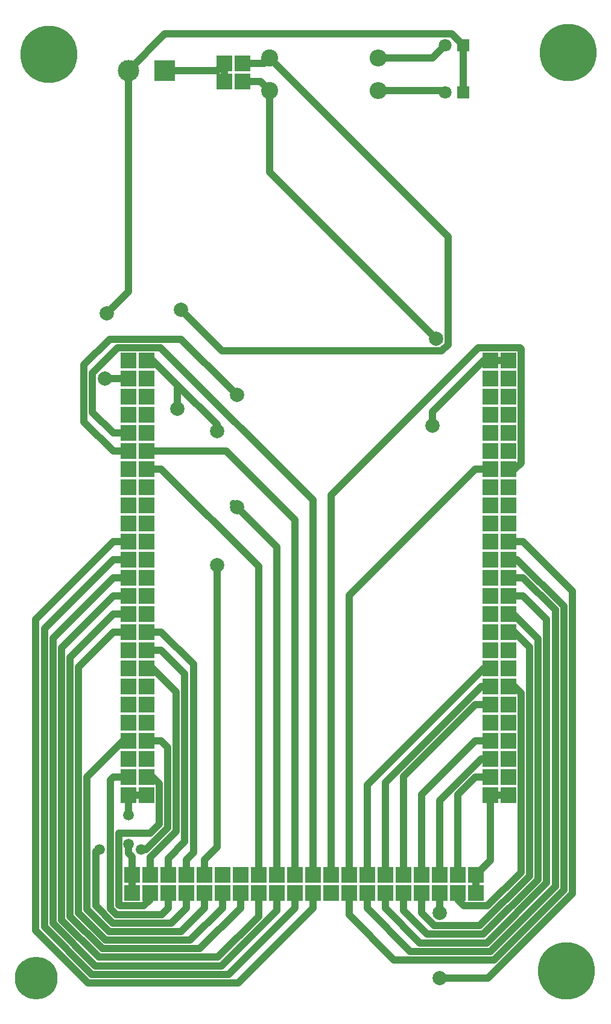
<source format=gbr>
G04 #@! TF.GenerationSoftware,KiCad,Pcbnew,(5.1.2)-2*
G04 #@! TF.CreationDate,2020-05-16T03:45:46+07:00*
G04 #@! TF.ProjectId,STM_SHIELD_V1,53544d5f-5348-4494-954c-445f56312e6b,rev?*
G04 #@! TF.SameCoordinates,Original*
G04 #@! TF.FileFunction,Copper,L2,Bot*
G04 #@! TF.FilePolarity,Positive*
%FSLAX46Y46*%
G04 Gerber Fmt 4.6, Leading zero omitted, Abs format (unit mm)*
G04 Created by KiCad (PCBNEW (5.1.2)-2) date 2020-05-16 03:45:46*
%MOMM*%
%LPD*%
G04 APERTURE LIST*
%ADD10R,1.800000X1.800000*%
%ADD11C,1.800000*%
%ADD12R,2.200000X2.200000*%
%ADD13R,3.000000X3.000000*%
%ADD14C,3.000000*%
%ADD15C,2.400000*%
%ADD16O,2.400000X2.400000*%
%ADD17C,8.000000*%
%ADD18C,6.000000*%
%ADD19C,2.000000*%
%ADD20C,1.500000*%
%ADD21C,1.000000*%
G04 APERTURE END LIST*
D10*
X106680000Y-17272000D03*
D11*
X104140000Y-17272000D03*
X104140000Y-23876000D03*
D10*
X106680000Y-23876000D03*
D12*
X59690000Y-61468000D03*
X62230000Y-61468000D03*
X59690000Y-64008000D03*
X62230000Y-64008000D03*
X59690000Y-66548000D03*
X62230000Y-66548000D03*
X59690000Y-69088000D03*
X62230000Y-69088000D03*
X59690000Y-71628000D03*
X62230000Y-71628000D03*
X59690000Y-74168000D03*
X62230000Y-74168000D03*
X59690000Y-76708000D03*
X62230000Y-76708000D03*
X59690000Y-79248000D03*
X62230000Y-79248000D03*
X59690000Y-81788000D03*
X62230000Y-81788000D03*
X59690000Y-84328000D03*
X62230000Y-84328000D03*
X59690000Y-86868000D03*
X62230000Y-86868000D03*
X59690000Y-89408000D03*
X62230000Y-89408000D03*
X59690000Y-91948000D03*
X62230000Y-91948000D03*
X59690000Y-94488000D03*
X62230000Y-94488000D03*
X59690000Y-97028000D03*
X62230000Y-97028000D03*
X59690000Y-99568000D03*
X62230000Y-99568000D03*
X59690000Y-102108000D03*
X62230000Y-102108000D03*
X59690000Y-104648000D03*
X62230000Y-104648000D03*
X59690000Y-107188000D03*
X62230000Y-107188000D03*
X59690000Y-109728000D03*
X62230000Y-109728000D03*
X59690000Y-112268000D03*
X62230000Y-112268000D03*
X59690000Y-114808000D03*
X62230000Y-114808000D03*
X59690000Y-117348000D03*
X62230000Y-117348000D03*
X59690000Y-119888000D03*
X62230000Y-119888000D03*
X59690000Y-122428000D03*
X62230000Y-122428000D03*
X108458000Y-133604000D03*
X108458000Y-136144000D03*
X105918000Y-133604000D03*
X105918000Y-136144000D03*
X103378000Y-133604000D03*
X103378000Y-136144000D03*
X100838000Y-133604000D03*
X100838000Y-136144000D03*
X98298000Y-133604000D03*
X98298000Y-136144000D03*
X95758000Y-133604000D03*
X95758000Y-136144000D03*
X93218000Y-133604000D03*
X93218000Y-136144000D03*
X90678000Y-133604000D03*
X90678000Y-136144000D03*
X88138000Y-133604000D03*
X88138000Y-136144000D03*
X85598000Y-133604000D03*
X85598000Y-136144000D03*
X83058000Y-133604000D03*
X83058000Y-136144000D03*
X80518000Y-133604000D03*
X80518000Y-136144000D03*
X77978000Y-133604000D03*
X77978000Y-136144000D03*
X75438000Y-133604000D03*
X75438000Y-136144000D03*
X72898000Y-133604000D03*
X72898000Y-136144000D03*
X70358000Y-133604000D03*
X70358000Y-136144000D03*
X67818000Y-133604000D03*
X67818000Y-136144000D03*
X65278000Y-133604000D03*
X65278000Y-136144000D03*
X62738000Y-133604000D03*
X62738000Y-136144000D03*
X60198000Y-133604000D03*
X60198000Y-136144000D03*
X113030000Y-122428000D03*
X110490000Y-122428000D03*
X113030000Y-119888000D03*
X110490000Y-119888000D03*
X113030000Y-117348000D03*
X110490000Y-117348000D03*
X113030000Y-114808000D03*
X110490000Y-114808000D03*
X113030000Y-112268000D03*
X110490000Y-112268000D03*
X113030000Y-109728000D03*
X110490000Y-109728000D03*
X113030000Y-107188000D03*
X110490000Y-107188000D03*
X113030000Y-104648000D03*
X110490000Y-104648000D03*
X113030000Y-102108000D03*
X110490000Y-102108000D03*
X113030000Y-99568000D03*
X110490000Y-99568000D03*
X113030000Y-97028000D03*
X110490000Y-97028000D03*
X113030000Y-94488000D03*
X110490000Y-94488000D03*
X113030000Y-91948000D03*
X110490000Y-91948000D03*
X113030000Y-89408000D03*
X110490000Y-89408000D03*
X113030000Y-86868000D03*
X110490000Y-86868000D03*
X113030000Y-84328000D03*
X110490000Y-84328000D03*
X113030000Y-81788000D03*
X110490000Y-81788000D03*
X113030000Y-79248000D03*
X110490000Y-79248000D03*
X113030000Y-76708000D03*
X110490000Y-76708000D03*
X113030000Y-74168000D03*
X110490000Y-74168000D03*
X113030000Y-71628000D03*
X110490000Y-71628000D03*
X113030000Y-69088000D03*
X110490000Y-69088000D03*
X113030000Y-66548000D03*
X110490000Y-66548000D03*
X113030000Y-64008000D03*
X110490000Y-64008000D03*
X113030000Y-61468000D03*
X110490000Y-61468000D03*
D13*
X64770000Y-20828000D03*
D14*
X59690000Y-20828000D03*
D12*
X73152000Y-22352000D03*
X75692000Y-22352000D03*
X73152000Y-19812000D03*
X75692000Y-19812000D03*
D15*
X79502000Y-19050000D03*
D16*
X94742000Y-19050000D03*
X94742000Y-23622000D03*
D15*
X79502000Y-23622000D03*
D17*
X121412000Y-18288000D03*
X48514000Y-18542000D03*
D18*
X46736000Y-148082000D03*
D17*
X121158000Y-147066000D03*
D19*
X72136000Y-90170000D03*
X72136000Y-71374000D03*
X67056000Y-54356000D03*
X66627001Y-68246999D03*
X74930000Y-66294000D03*
X74930000Y-82042000D03*
D20*
X61468000Y-130048000D03*
X55626000Y-130048000D03*
X59690000Y-125222000D03*
X59690000Y-129286000D03*
D19*
X103378000Y-138938000D03*
X103378000Y-148082000D03*
X102870000Y-58420000D03*
X102362000Y-70612000D03*
X56388000Y-64008000D03*
X56642000Y-54864000D03*
D21*
X62230000Y-61468000D02*
X63150002Y-61468000D01*
X72136000Y-70453998D02*
X72136000Y-71374000D01*
X70358000Y-131504000D02*
X72136000Y-129726000D01*
X70358000Y-133604000D02*
X70358000Y-131504000D01*
X72136000Y-129726000D02*
X72136000Y-90170000D01*
X72136000Y-90170000D02*
X72136000Y-90170000D01*
X72136000Y-71374000D02*
X72136000Y-71374000D01*
X78740000Y-19812000D02*
X79502000Y-19050000D01*
X75692000Y-19812000D02*
X78740000Y-19812000D01*
X103686001Y-60120001D02*
X72820001Y-60120001D01*
X104570001Y-59236001D02*
X103686001Y-60120001D01*
X79502000Y-19050000D02*
X104570001Y-44118001D01*
X104570001Y-44118001D02*
X104570001Y-59236001D01*
X72820001Y-60120001D02*
X67056000Y-54356000D01*
X66627001Y-64944999D02*
X66627001Y-68246999D01*
X66627001Y-64944999D02*
X72136000Y-70453998D01*
X63150002Y-61468000D02*
X66627001Y-64944999D01*
X67056000Y-54356000D02*
X67056000Y-54356000D01*
X66627001Y-68246999D02*
X66627001Y-68246999D01*
X58211999Y-59667999D02*
X64239999Y-59667999D01*
X54687999Y-63191999D02*
X58211999Y-59667999D01*
X54687999Y-68725999D02*
X54687999Y-63191999D01*
X59690000Y-71628000D02*
X57590000Y-71628000D01*
X57590000Y-71628000D02*
X54687999Y-68725999D01*
X85598000Y-81026000D02*
X85598000Y-133604000D01*
X64239999Y-59667999D02*
X85598000Y-81026000D01*
X80518000Y-133604000D02*
X80518000Y-87630000D01*
X80518000Y-87630000D02*
X74930000Y-82042000D01*
X74930000Y-66294000D02*
X74930000Y-66294000D01*
X74930000Y-82042000D02*
X74422000Y-81534000D01*
X53487989Y-70065989D02*
X53487989Y-62082011D01*
X59690000Y-74168000D02*
X57590000Y-74168000D01*
X57590000Y-74168000D02*
X53487989Y-70065989D01*
X73930001Y-65294001D02*
X74930000Y-66294000D01*
X67103989Y-58467989D02*
X73930001Y-65294001D01*
X57102011Y-58467989D02*
X67103989Y-58467989D01*
X53487989Y-62082011D02*
X57102011Y-58467989D01*
X73406000Y-74168000D02*
X62230000Y-74168000D01*
X83058000Y-133604000D02*
X83058000Y-83820000D01*
X83058000Y-83820000D02*
X73406000Y-74168000D01*
X77978000Y-131504000D02*
X77978000Y-133604000D01*
X77978000Y-90356000D02*
X77978000Y-131504000D01*
X64330000Y-76708000D02*
X77978000Y-90356000D01*
X62230000Y-76708000D02*
X64330000Y-76708000D01*
X75097914Y-148744086D02*
X85598000Y-138244000D01*
X54064459Y-148744086D02*
X75097914Y-148744086D01*
X46717934Y-141397561D02*
X54064459Y-148744086D01*
X46717934Y-97740066D02*
X46717934Y-141397561D01*
X57590000Y-86868000D02*
X46717934Y-97740066D01*
X85598000Y-138244000D02*
X85598000Y-136144000D01*
X59690000Y-86868000D02*
X57590000Y-86868000D01*
X83058000Y-138244000D02*
X83058000Y-136144000D01*
X73757924Y-147544076D02*
X83058000Y-138244000D01*
X54561518Y-147544076D02*
X73757924Y-147544076D01*
X47917944Y-140900506D02*
X54561518Y-147544076D01*
X47917944Y-99080056D02*
X47917944Y-140900506D01*
X57590000Y-89408000D02*
X47917944Y-99080056D01*
X59690000Y-89408000D02*
X57590000Y-89408000D01*
X80518000Y-138244000D02*
X80518000Y-136144000D01*
X80518000Y-138603070D02*
X80518000Y-138244000D01*
X55058578Y-146344068D02*
X72777003Y-146344067D01*
X49117953Y-140403445D02*
X55058578Y-146344068D01*
X49117953Y-100420047D02*
X49117953Y-140403445D01*
X57590000Y-91948000D02*
X49117953Y-100420047D01*
X72777003Y-146344067D02*
X80518000Y-138603070D01*
X59690000Y-91948000D02*
X57590000Y-91948000D01*
X72279942Y-145144058D02*
X77978000Y-139446000D01*
X77978000Y-139446000D02*
X77978000Y-138244000D01*
X55555638Y-145144058D02*
X72279942Y-145144058D01*
X50317962Y-139906384D02*
X55555638Y-145144058D01*
X50317961Y-101760039D02*
X50317962Y-139906384D01*
X57590000Y-94488000D02*
X50317961Y-101760039D01*
X77978000Y-138244000D02*
X77978000Y-136144000D01*
X59690000Y-94488000D02*
X57590000Y-94488000D01*
X69737952Y-143944048D02*
X75438000Y-138244000D01*
X56052698Y-143944048D02*
X69737952Y-143944048D01*
X51517971Y-139409323D02*
X56052698Y-143944048D01*
X51517971Y-103100029D02*
X51517971Y-139409323D01*
X75438000Y-138244000D02*
X75438000Y-136144000D01*
X57590000Y-97028000D02*
X51517971Y-103100029D01*
X59690000Y-97028000D02*
X57590000Y-97028000D01*
X56549758Y-142744038D02*
X68397962Y-142744038D01*
X68397962Y-142744038D02*
X72898000Y-138244000D01*
X52717981Y-138912263D02*
X56549758Y-142744038D01*
X52717981Y-104440019D02*
X52717981Y-138912263D01*
X57590000Y-99568000D02*
X52717981Y-104440019D01*
X72898000Y-138244000D02*
X72898000Y-136144000D01*
X59690000Y-99568000D02*
X57590000Y-99568000D01*
X67818000Y-131504000D02*
X67818000Y-133604000D01*
X68830039Y-130491961D02*
X67818000Y-131504000D01*
X68830039Y-104068039D02*
X68830039Y-130491961D01*
X64330000Y-99568000D02*
X68830039Y-104068039D01*
X62230000Y-99568000D02*
X64330000Y-99568000D01*
X65278000Y-131504000D02*
X65278000Y-133604000D01*
X65278000Y-131318000D02*
X65278000Y-131504000D01*
X67630029Y-128965971D02*
X65278000Y-131318000D01*
X67630029Y-105408029D02*
X67630029Y-128965971D01*
X64330000Y-102108000D02*
X67630029Y-105408029D01*
X62230000Y-102108000D02*
X64330000Y-102108000D01*
X62738000Y-131504000D02*
X62738000Y-133604000D01*
X62738000Y-131156140D02*
X62738000Y-131504000D01*
X66430019Y-127464121D02*
X62738000Y-131156140D01*
X66430020Y-107928018D02*
X66430019Y-127464121D01*
X63150002Y-104648000D02*
X66430020Y-107928018D01*
X62230000Y-104648000D02*
X63150002Y-104648000D01*
X70358000Y-138244000D02*
X70358000Y-136144000D01*
X67057971Y-141544029D02*
X70358000Y-138244000D01*
X57046819Y-141544029D02*
X67057971Y-141544029D01*
X53917991Y-138415203D02*
X57046819Y-141544029D01*
X53917991Y-119840010D02*
X53917991Y-138415203D01*
X58950001Y-114808000D02*
X53917991Y-119840010D01*
X59690000Y-114808000D02*
X58950001Y-114808000D01*
X65230010Y-126967060D02*
X62149070Y-130048000D01*
X65230011Y-115708011D02*
X65230010Y-126967060D01*
X62230000Y-114808000D02*
X64330000Y-114808000D01*
X64330000Y-114808000D02*
X65230011Y-115708011D01*
X57543878Y-140344020D02*
X55118000Y-137918142D01*
X65717979Y-140344021D02*
X57543878Y-140344020D01*
X67818000Y-136144000D02*
X67818000Y-138244000D01*
X67818000Y-138244000D02*
X65717979Y-140344021D01*
X62149070Y-130048000D02*
X61468000Y-130048000D01*
X61468000Y-130048000D02*
X61468000Y-130048000D01*
X55118000Y-130302000D02*
X55118000Y-130302000D01*
X55118000Y-130556000D02*
X55626000Y-130048000D01*
X55118000Y-130810000D02*
X55118000Y-130556000D01*
X55118000Y-130810000D02*
X55118000Y-130302000D01*
X55118000Y-137918142D02*
X55118000Y-130810000D01*
X65278000Y-138244000D02*
X65278000Y-136144000D01*
X64377989Y-139144011D02*
X65278000Y-138244000D01*
X58040939Y-139144011D02*
X64377989Y-139144011D01*
X57197990Y-138301062D02*
X58040939Y-139144011D01*
X57197989Y-120280011D02*
X57197990Y-138301062D01*
X57590000Y-119888000D02*
X57197989Y-120280011D01*
X59690000Y-119888000D02*
X57590000Y-119888000D01*
X58420000Y-127762000D02*
X58397999Y-127784001D01*
X58397999Y-137804001D02*
X58537999Y-137944001D01*
X62738000Y-137064002D02*
X62738000Y-136144000D01*
X58537999Y-137944001D02*
X61858001Y-137944001D01*
X58397999Y-127784001D02*
X58397999Y-137804001D01*
X63150002Y-119888000D02*
X64030001Y-120767999D01*
X62230000Y-119888000D02*
X63150002Y-119888000D01*
X64030001Y-120767999D02*
X64030001Y-126469999D01*
X62738000Y-127762000D02*
X58420000Y-127762000D01*
X64030001Y-126469999D02*
X62738000Y-127762000D01*
X61858001Y-137944001D02*
X62738000Y-137064002D01*
X59690000Y-122428000D02*
X62230000Y-122428000D01*
X59690000Y-122428000D02*
X59690000Y-124528000D01*
X59690000Y-124528000D02*
X59690000Y-125222000D01*
X60198000Y-133604000D02*
X60198000Y-131572000D01*
X60198000Y-131064000D02*
X59690000Y-130556000D01*
X60198000Y-131572000D02*
X60198000Y-131064000D01*
X59690000Y-130556000D02*
X59690000Y-129286000D01*
X59690000Y-125222000D02*
X59690000Y-125222000D01*
X59690000Y-129286000D02*
X59690000Y-129286000D01*
X106680000Y-17272000D02*
X106680000Y-23876000D01*
X105079999Y-15671999D02*
X106680000Y-17272000D01*
X64846001Y-15671999D02*
X105079999Y-15671999D01*
X59690000Y-20828000D02*
X64846001Y-15671999D01*
X60198000Y-133604000D02*
X60198000Y-136144000D01*
X110490000Y-122428000D02*
X113030000Y-122428000D01*
X110490000Y-131572000D02*
X108458000Y-133604000D01*
X110490000Y-122428000D02*
X110490000Y-131572000D01*
X108458000Y-133604000D02*
X108458000Y-136144000D01*
X105918000Y-131504000D02*
X105918000Y-133604000D01*
X105918000Y-122360000D02*
X105918000Y-131504000D01*
X108390000Y-119888000D02*
X105918000Y-122360000D01*
X110490000Y-119888000D02*
X108390000Y-119888000D01*
X106797999Y-137944001D02*
X105918000Y-137064002D01*
X110118001Y-137944001D02*
X106797999Y-137944001D01*
X114830001Y-133232001D02*
X110118001Y-137944001D01*
X114830001Y-108067999D02*
X114830001Y-133232001D01*
X105918000Y-137064002D02*
X105918000Y-136144000D01*
X113950002Y-107188000D02*
X114830001Y-108067999D01*
X113030000Y-107188000D02*
X113950002Y-107188000D01*
X103378000Y-131504000D02*
X103378000Y-133604000D01*
X103378000Y-123202930D02*
X103378000Y-131504000D01*
X109232930Y-117348000D02*
X103378000Y-123202930D01*
X110490000Y-117348000D02*
X109232930Y-117348000D01*
X103378000Y-136144000D02*
X103378000Y-138938000D01*
X103378000Y-138938000D02*
X103378000Y-138938000D01*
X122030055Y-136214367D02*
X110162422Y-148082000D01*
X122030055Y-93768055D02*
X122030055Y-136214367D01*
X113030000Y-86868000D02*
X115130000Y-86868000D01*
X115130000Y-86868000D02*
X122030055Y-93768055D01*
X110162422Y-148082000D02*
X103378000Y-148082000D01*
X103378000Y-148082000D02*
X103378000Y-148082000D01*
X100838000Y-131504000D02*
X100838000Y-133604000D01*
X100838000Y-122360000D02*
X100838000Y-131504000D01*
X108390000Y-114808000D02*
X100838000Y-122360000D01*
X110490000Y-114808000D02*
X108390000Y-114808000D01*
X116030010Y-133729062D02*
X109043072Y-140716000D01*
X116030011Y-101648009D02*
X116030010Y-133729062D01*
X113030000Y-99568000D02*
X113950002Y-99568000D01*
X113950002Y-99568000D02*
X116030011Y-101648009D01*
X100838000Y-138244000D02*
X100838000Y-136144000D01*
X100838000Y-138914002D02*
X100838000Y-138244000D01*
X102639998Y-140716000D02*
X100838000Y-138914002D01*
X109043072Y-140716000D02*
X102639998Y-140716000D01*
X98298000Y-131504000D02*
X98298000Y-133604000D01*
X98298000Y-119820000D02*
X98298000Y-131504000D01*
X108390000Y-109728000D02*
X98298000Y-119820000D01*
X110490000Y-109728000D02*
X108390000Y-109728000D01*
X98298000Y-138244000D02*
X98298000Y-136144000D01*
X98298000Y-138544000D02*
X98298000Y-138244000D01*
X101670010Y-141916010D02*
X98298000Y-138544000D01*
X117230019Y-134226123D02*
X109540132Y-141916010D01*
X117230019Y-100488020D02*
X117230019Y-134226123D01*
X113769999Y-97028000D02*
X117230019Y-100488020D01*
X109540132Y-141916010D02*
X101670010Y-141916010D01*
X113030000Y-97028000D02*
X113769999Y-97028000D01*
X95758000Y-131504000D02*
X95758000Y-133604000D01*
X95758000Y-120662930D02*
X95758000Y-131504000D01*
X109232930Y-107188000D02*
X95758000Y-120662930D01*
X110490000Y-107188000D02*
X109232930Y-107188000D01*
X95758000Y-138244000D02*
X95758000Y-136144000D01*
X100630019Y-143116019D02*
X95758000Y-138244000D01*
X118430028Y-134723184D02*
X110037193Y-143116019D01*
X118430028Y-97788028D02*
X118430028Y-134723184D01*
X110037193Y-143116019D02*
X100630019Y-143116019D01*
X115130000Y-94488000D02*
X118430028Y-97788028D01*
X113030000Y-94488000D02*
X115130000Y-94488000D01*
X93218000Y-131504000D02*
X93218000Y-133604000D01*
X93218000Y-120999998D02*
X93218000Y-131504000D01*
X109569998Y-104648000D02*
X93218000Y-120999998D01*
X110490000Y-104648000D02*
X109569998Y-104648000D01*
X93218000Y-138244000D02*
X93218000Y-136144000D01*
X119630037Y-135220245D02*
X110534253Y-144316029D01*
X119630038Y-96448038D02*
X119630037Y-135220245D01*
X115130000Y-91948000D02*
X119630038Y-96448038D01*
X99290029Y-144316029D02*
X93218000Y-138244000D01*
X110534253Y-144316029D02*
X99290029Y-144316029D01*
X113030000Y-91948000D02*
X115130000Y-91948000D01*
X108390000Y-76708000D02*
X110490000Y-76708000D01*
X90678000Y-94420000D02*
X108390000Y-76708000D01*
X90678000Y-133604000D02*
X90678000Y-94420000D01*
X90678000Y-139192000D02*
X90678000Y-138244000D01*
X97002039Y-145516039D02*
X90678000Y-139192000D01*
X90678000Y-138244000D02*
X90678000Y-136144000D01*
X111031313Y-145516039D02*
X97002039Y-145516039D01*
X120830046Y-135717306D02*
X111031313Y-145516039D01*
X120830047Y-95950979D02*
X120830046Y-135717306D01*
X114287070Y-89408000D02*
X120830047Y-95950979D01*
X113030000Y-89408000D02*
X114287070Y-89408000D01*
X113950002Y-76708000D02*
X113030000Y-76708000D01*
X114830001Y-75828001D02*
X113950002Y-76708000D01*
X114830001Y-59807999D02*
X114830001Y-75828001D01*
X114690001Y-59667999D02*
X114830001Y-59807999D01*
X108829999Y-59667999D02*
X114690001Y-59667999D01*
X88138000Y-80359998D02*
X108829999Y-59667999D01*
X88138000Y-133604000D02*
X88138000Y-80359998D01*
X110490000Y-61468000D02*
X113030000Y-61468000D01*
X78232000Y-22352000D02*
X79502000Y-23622000D01*
X75692000Y-22352000D02*
X78232000Y-22352000D01*
X109569998Y-61468000D02*
X102362000Y-68675998D01*
X110490000Y-61468000D02*
X109569998Y-61468000D01*
X102362000Y-68675998D02*
X102362000Y-70612000D01*
X79502000Y-23622000D02*
X79502000Y-35052000D01*
X79502000Y-35052000D02*
X102870000Y-58420000D01*
X102870000Y-58420000D02*
X102870000Y-58420000D01*
X102362000Y-70612000D02*
X102362000Y-70612000D01*
X102362000Y-19050000D02*
X104140000Y-17272000D01*
X94742000Y-19050000D02*
X102362000Y-19050000D01*
X103886000Y-23622000D02*
X104140000Y-23876000D01*
X94742000Y-23622000D02*
X103886000Y-23622000D01*
X72136000Y-20828000D02*
X73152000Y-19812000D01*
X64770000Y-20828000D02*
X72136000Y-20828000D01*
X73152000Y-22352000D02*
X73152000Y-19812000D01*
X59690000Y-64008000D02*
X57590000Y-64008000D01*
X57590000Y-64008000D02*
X56388000Y-64008000D01*
X56388000Y-64008000D02*
X56388000Y-64008000D01*
X59690000Y-20828000D02*
X59690000Y-51816000D01*
X59690000Y-51816000D02*
X56642000Y-54864000D01*
X56642000Y-54864000D02*
X56642000Y-54864000D01*
M02*

</source>
